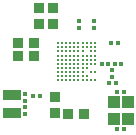
<source format=gts>
G04*
G04 #@! TF.GenerationSoftware,Altium Limited,Altium Designer,19.0.10 (269)*
G04*
G04 Layer_Color=8388736*
%FSLAX24Y24*%
%MOIN*%
G70*
G01*
G75*
%ADD20R,0.0395X0.0434*%
%ADD21R,0.0166X0.0178*%
%ADD22R,0.0611X0.0355*%
%ADD23C,0.0110*%
%ADD24R,0.0375X0.0355*%
%ADD25R,0.0355X0.0375*%
%ADD26R,0.0178X0.0166*%
D20*
X1704Y-1350D02*
D03*
X1252D02*
D03*
Y-1921D02*
D03*
X1704D02*
D03*
D21*
X1590Y-2246D02*
D03*
X1366D02*
D03*
X1366Y-1025D02*
D03*
X1590D02*
D03*
X1089Y-721D02*
D03*
X1313D02*
D03*
X1275Y-69D02*
D03*
X1500D02*
D03*
X845Y-69D02*
D03*
X1070D02*
D03*
X1383Y639D02*
D03*
X1158D02*
D03*
X-1453Y-1130D02*
D03*
X-1228D02*
D03*
D22*
X-2132Y-1696D02*
D03*
Y-1125D02*
D03*
D23*
X-620Y620D02*
D03*
X620Y-344D02*
D03*
X482D02*
D03*
X620Y-620D02*
D03*
X-482Y620D02*
D03*
X-344D02*
D03*
X-207D02*
D03*
X-69D02*
D03*
X69D02*
D03*
X207D02*
D03*
X344D02*
D03*
X482D02*
D03*
X620D02*
D03*
X-620Y482D02*
D03*
X-482D02*
D03*
X-344D02*
D03*
X-207D02*
D03*
X-69D02*
D03*
X69D02*
D03*
X207D02*
D03*
X344D02*
D03*
X482D02*
D03*
X620D02*
D03*
X-620Y344D02*
D03*
X-482D02*
D03*
X-344D02*
D03*
X-207D02*
D03*
X-69D02*
D03*
X69D02*
D03*
X207D02*
D03*
X482D02*
D03*
X620D02*
D03*
X-620Y207D02*
D03*
X-482D02*
D03*
X-344D02*
D03*
X-207D02*
D03*
X-69D02*
D03*
X69D02*
D03*
X207D02*
D03*
X344D02*
D03*
X482D02*
D03*
X620D02*
D03*
X-620Y69D02*
D03*
X-482D02*
D03*
X-344D02*
D03*
X-207D02*
D03*
X-69D02*
D03*
X69D02*
D03*
X207D02*
D03*
X344D02*
D03*
X482D02*
D03*
X620D02*
D03*
X-620Y-69D02*
D03*
X-482D02*
D03*
X-344D02*
D03*
X-207D02*
D03*
X-69D02*
D03*
X69D02*
D03*
X207D02*
D03*
X344D02*
D03*
X482D02*
D03*
X620D02*
D03*
X-620Y-207D02*
D03*
X-482D02*
D03*
X-344D02*
D03*
X-207D02*
D03*
X-69D02*
D03*
X69D02*
D03*
X207D02*
D03*
X344D02*
D03*
X-620Y-344D02*
D03*
X-482D02*
D03*
X-344D02*
D03*
X-207D02*
D03*
X-69D02*
D03*
X69D02*
D03*
X207D02*
D03*
X-620Y-482D02*
D03*
X-482D02*
D03*
X-344D02*
D03*
X-207D02*
D03*
X-69D02*
D03*
X69D02*
D03*
X207D02*
D03*
X344D02*
D03*
X-620Y-620D02*
D03*
X-482D02*
D03*
X-344D02*
D03*
X-207D02*
D03*
X-69D02*
D03*
X69D02*
D03*
X207D02*
D03*
X344D02*
D03*
X482D02*
D03*
D24*
X-1250Y1250D02*
D03*
Y1781D02*
D03*
X-787Y1250D02*
D03*
Y1781D02*
D03*
X-727Y-1179D02*
D03*
Y-1710D02*
D03*
D25*
X-1407Y630D02*
D03*
X-1939D02*
D03*
X-276Y-1730D02*
D03*
X256D02*
D03*
X-1407Y197D02*
D03*
X-1939D02*
D03*
D26*
X-1709Y-1306D02*
D03*
Y-1082D02*
D03*
Y-1525D02*
D03*
Y-1749D02*
D03*
X600Y1352D02*
D03*
Y1128D02*
D03*
X90Y1352D02*
D03*
Y1128D02*
D03*
X1173Y-287D02*
D03*
Y-511D02*
D03*
M02*

</source>
